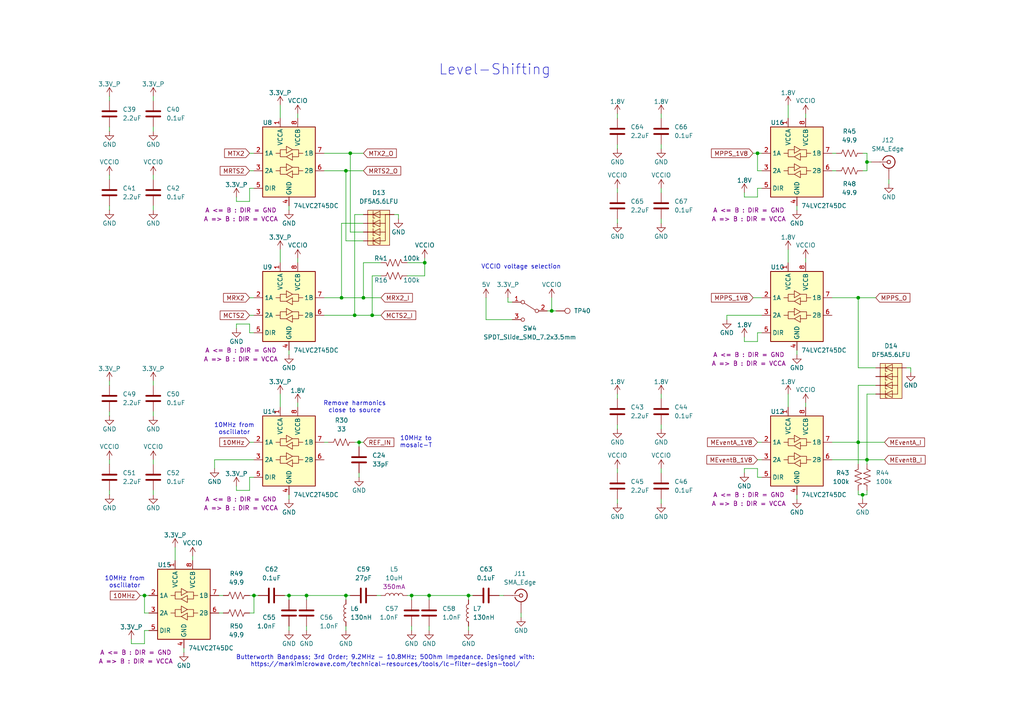
<source format=kicad_sch>
(kicad_sch (version 20231120) (generator "eeschema") (generator_version "8.0")
  (paper "A4")
  (junction (at 83.82 172.72))
  (junction (at 41.91 172.72))
  (junction (at 124.46 172.72))
  (junction (at 101.6 44.45))
  (junction (at 219.71 44.45))
  (junction (at 104.14 128.27))
  (junction (at 250.19 143.51))
  (junction (at 119.38 172.72))
  (junction (at 100.33 49.53))
  (junction (at 73.66 172.72))
  (junction (at 105.41 86.36))
  (junction (at 135.89 172.72))
  (junction (at 248.92 128.27))
  (junction (at 99.06 86.36))
  (junction (at 123.19 76.2))
  (junction (at 100.33 172.72))
  (junction (at 160.02 90.17))
  (junction (at 251.46 46.99))
  (junction (at 107.95 91.44))
  (junction (at 102.87 91.44))
  (junction (at 248.92 86.36))
  (junction (at 88.9 172.72))
  (junction (at 251.46 133.35))
  (wire (pts (xy 218.44 44.45) (xy 219.71 44.45)))
  (wire (pts (xy 31.75 38.1) (xy 31.75 36.83)))
  (wire (pts (xy 254 111.76) (xy 248.92 111.76)))
  (wire (pts (xy 68.58 57.15) (xy 68.58 58.42)))
  (wire (pts (xy 105.41 76.2) (xy 105.41 86.36)))
  (wire (pts (xy 83.82 101.6) (xy 83.82 102.87)))
  (wire (pts (xy 251.46 44.45) (xy 251.46 46.99)))
  (wire (pts (xy 210.82 91.44) (xy 210.82 92.71)))
  (wire (pts (xy 160.02 86.36) (xy 160.02 90.17)))
  (wire (pts (xy 72.39 54.61) (xy 73.66 54.61)))
  (wire (pts (xy 248.92 143.51) (xy 250.19 143.51)))
  (wire (pts (xy 191.77 55.88) (xy 191.77 54.61)))
  (wire (pts (xy 119.38 172.72) (xy 124.46 172.72)))
  (wire (pts (xy 251.46 46.99) (xy 252.73 46.99)))
  (wire (pts (xy 179.07 115.57) (xy 179.07 114.3)))
  (wire (pts (xy 228.6 72.39) (xy 228.6 76.2)))
  (wire (pts (xy 102.87 91.44) (xy 107.95 91.44)))
  (wire (pts (xy 53.34 187.96) (xy 53.34 189.23)))
  (wire (pts (xy 140.97 92.71) (xy 148.59 92.71)))
  (wire (pts (xy 38.1 185.42) (xy 38.1 186.69)))
  (wire (pts (xy 257.81 52.07) (xy 257.81 53.34)))
  (wire (pts (xy 179.07 34.29) (xy 179.07 33.02)))
  (wire (pts (xy 40.64 172.72) (xy 41.91 172.72)))
  (wire (pts (xy 251.46 133.35) (xy 251.46 134.62)))
  (wire (pts (xy 219.71 54.61) (xy 220.98 54.61)))
  (wire (pts (xy 100.33 181.61) (xy 100.33 182.88)))
  (wire (pts (xy 241.3 86.36) (xy 248.92 86.36)))
  (wire (pts (xy 114.3 62.23) (xy 115.57 62.23)))
  (wire (pts (xy 41.91 186.69) (xy 41.91 182.88)))
  (wire (pts (xy 241.3 133.35) (xy 251.46 133.35)))
  (wire (pts (xy 44.45 111.76) (xy 44.45 110.49)))
  (wire (pts (xy 248.92 142.24) (xy 248.92 143.51)))
  (wire (pts (xy 105.41 76.2) (xy 110.49 76.2)))
  (wire (pts (xy 191.77 137.16) (xy 191.77 135.89)))
  (wire (pts (xy 44.45 38.1) (xy 44.45 36.83)))
  (wire (pts (xy 118.11 80.01) (xy 123.19 80.01)))
  (wire (pts (xy 248.92 86.36) (xy 254 86.36)))
  (wire (pts (xy 147.32 86.36) (xy 147.32 87.63)))
  (wire (pts (xy 191.77 64.77) (xy 191.77 63.5)))
  (wire (pts (xy 135.89 172.72) (xy 137.16 172.72)))
  (wire (pts (xy 119.38 181.61) (xy 119.38 182.88)))
  (wire (pts (xy 72.39 138.43) (xy 73.66 138.43)))
  (wire (pts (xy 105.41 64.77) (xy 99.06 64.77)))
  (wire (pts (xy 31.75 60.96) (xy 31.75 59.69)))
  (wire (pts (xy 248.92 128.27) (xy 256.54 128.27)))
  (wire (pts (xy 241.3 49.53) (xy 242.57 49.53)))
  (wire (pts (xy 31.75 134.62) (xy 31.75 133.35)))
  (wire (pts (xy 118.11 172.72) (xy 119.38 172.72)))
  (wire (pts (xy 72.39 86.36) (xy 73.66 86.36)))
  (wire (pts (xy 31.75 29.21) (xy 31.75 27.94)))
  (wire (pts (xy 248.92 106.68) (xy 254 106.68)))
  (wire (pts (xy 104.14 137.16) (xy 104.14 138.43)))
  (wire (pts (xy 215.9 135.89) (xy 219.71 135.89)))
  (wire (pts (xy 123.19 80.01) (xy 123.19 76.2)))
  (wire (pts (xy 93.98 86.36) (xy 99.06 86.36)))
  (wire (pts (xy 31.75 143.51) (xy 31.75 142.24)))
  (wire (pts (xy 86.36 116.84) (xy 86.36 118.11)))
  (wire (pts (xy 72.39 44.45) (xy 73.66 44.45)))
  (wire (pts (xy 251.46 114.3) (xy 251.46 133.35)))
  (wire (pts (xy 72.39 128.27) (xy 73.66 128.27)))
  (wire (pts (xy 219.71 133.35) (xy 220.98 133.35)))
  (wire (pts (xy 62.23 133.35) (xy 62.23 135.89)))
  (wire (pts (xy 147.32 87.63) (xy 148.59 87.63)))
  (wire (pts (xy 160.02 90.17) (xy 161.29 90.17)))
  (wire (pts (xy 68.58 142.24) (xy 72.39 142.24)))
  (wire (pts (xy 86.36 33.02) (xy 86.36 34.29)))
  (wire (pts (xy 105.41 67.31) (xy 101.6 67.31)))
  (wire (pts (xy 50.8 158.75) (xy 50.8 162.56)))
  (wire (pts (xy 179.07 64.77) (xy 179.07 63.5)))
  (wire (pts (xy 124.46 181.61) (xy 124.46 182.88)))
  (wire (pts (xy 63.5 177.8) (xy 64.77 177.8)))
  (wire (pts (xy 100.33 49.53) (xy 105.41 49.53)))
  (wire (pts (xy 105.41 62.23) (xy 102.87 62.23)))
  (wire (pts (xy 44.45 134.62) (xy 44.45 133.35)))
  (wire (pts (xy 262.89 106.68) (xy 264.16 106.68)))
  (wire (pts (xy 73.66 172.72) (xy 74.93 172.72)))
  (wire (pts (xy 81.28 72.39) (xy 81.28 76.2)))
  (wire (pts (xy 72.39 142.24) (xy 72.39 138.43)))
  (wire (pts (xy 55.88 161.29) (xy 55.88 162.56)))
  (wire (pts (xy 233.68 116.84) (xy 233.68 118.11)))
  (wire (pts (xy 99.06 86.36) (xy 105.41 86.36)))
  (wire (pts (xy 93.98 91.44) (xy 102.87 91.44)))
  (wire (pts (xy 254 114.3) (xy 251.46 114.3)))
  (wire (pts (xy 219.71 99.06) (xy 219.71 96.52)))
  (wire (pts (xy 123.19 76.2) (xy 123.19 74.93)))
  (wire (pts (xy 135.89 172.72) (xy 135.89 173.99)))
  (wire (pts (xy 140.97 86.36) (xy 140.97 92.71)))
  (wire (pts (xy 119.38 172.72) (xy 119.38 173.99)))
  (wire (pts (xy 107.95 91.44) (xy 110.49 91.44)))
  (wire (pts (xy 41.91 172.72) (xy 43.18 172.72)))
  (wire (pts (xy 191.77 124.46) (xy 191.77 123.19)))
  (wire (pts (xy 219.71 96.52) (xy 220.98 96.52)))
  (wire (pts (xy 72.39 58.42) (xy 72.39 54.61)))
  (wire (pts (xy 160.02 90.17) (xy 158.75 90.17)))
  (wire (pts (xy 107.95 80.01) (xy 110.49 80.01)))
  (wire (pts (xy 179.07 137.16) (xy 179.07 135.89)))
  (wire (pts (xy 31.75 111.76) (xy 31.75 110.49)))
  (wire (pts (xy 107.95 80.01) (xy 107.95 91.44)))
  (wire (pts (xy 251.46 142.24) (xy 251.46 143.51)))
  (wire (pts (xy 219.71 135.89) (xy 219.71 138.43)))
  (wire (pts (xy 88.9 172.72) (xy 100.33 172.72)))
  (wire (pts (xy 218.44 86.36) (xy 220.98 86.36)))
  (wire (pts (xy 68.58 58.42) (xy 72.39 58.42)))
  (wire (pts (xy 219.71 57.15) (xy 219.71 54.61)))
  (wire (pts (xy 101.6 44.45) (xy 101.6 67.31)))
  (wire (pts (xy 215.9 57.15) (xy 219.71 57.15)))
  (wire (pts (xy 38.1 186.69) (xy 41.91 186.69)))
  (wire (pts (xy 191.77 146.05) (xy 191.77 144.78)))
  (wire (pts (xy 68.58 93.98) (xy 72.39 93.98)))
  (wire (pts (xy 44.45 143.51) (xy 44.45 142.24)))
  (wire (pts (xy 219.71 128.27) (xy 220.98 128.27)))
  (wire (pts (xy 219.71 44.45) (xy 219.71 49.53)))
  (wire (pts (xy 250.19 49.53) (xy 251.46 49.53)))
  (wire (pts (xy 228.6 30.48) (xy 228.6 34.29)))
  (wire (pts (xy 100.33 172.72) (xy 101.6 172.72)))
  (wire (pts (xy 72.39 96.52) (xy 73.66 96.52)))
  (wire (pts (xy 241.3 44.45) (xy 242.57 44.45)))
  (wire (pts (xy 220.98 91.44) (xy 210.82 91.44)))
  (wire (pts (xy 83.82 181.61) (xy 83.82 182.88)))
  (wire (pts (xy 72.39 93.98) (xy 72.39 96.52)))
  (wire (pts (xy 100.33 172.72) (xy 100.33 173.99)))
  (wire (pts (xy 100.33 49.53) (xy 100.33 69.85)))
  (wire (pts (xy 250.19 44.45) (xy 251.46 44.45)))
  (wire (pts (xy 228.6 114.3) (xy 228.6 118.11)))
  (wire (pts (xy 83.82 59.69) (xy 83.82 60.96)))
  (wire (pts (xy 215.9 97.79) (xy 215.9 99.06)))
  (wire (pts (xy 124.46 172.72) (xy 135.89 172.72)))
  (wire (pts (xy 88.9 181.61) (xy 88.9 182.88)))
  (wire (pts (xy 72.39 172.72) (xy 73.66 172.72)))
  (wire (pts (xy 241.3 128.27) (xy 248.92 128.27)))
  (wire (pts (xy 73.66 172.72) (xy 73.66 177.8)))
  (wire (pts (xy 219.71 138.43) (xy 220.98 138.43)))
  (wire (pts (xy 191.77 34.29) (xy 191.77 33.02)))
  (wire (pts (xy 43.18 177.8) (xy 41.91 177.8)))
  (wire (pts (xy 251.46 133.35) (xy 256.54 133.35)))
  (wire (pts (xy 179.07 146.05) (xy 179.07 144.78)))
  (wire (pts (xy 72.39 49.53) (xy 73.66 49.53)))
  (wire (pts (xy 41.91 182.88) (xy 43.18 182.88)))
  (wire (pts (xy 44.45 29.21) (xy 44.45 27.94)))
  (wire (pts (xy 231.14 59.69) (xy 231.14 60.96)))
  (wire (pts (xy 231.14 143.51) (xy 231.14 144.78)))
  (wire (pts (xy 44.45 52.07) (xy 44.45 50.8)))
  (wire (pts (xy 146.05 172.72) (xy 144.78 172.72)))
  (wire (pts (xy 104.14 128.27) (xy 104.14 129.54)))
  (wire (pts (xy 251.46 49.53) (xy 251.46 46.99)))
  (wire (pts (xy 250.19 143.51) (xy 251.46 143.51)))
  (wire (pts (xy 248.92 111.76) (xy 248.92 128.27)))
  (wire (pts (xy 72.39 91.44) (xy 73.66 91.44)))
  (wire (pts (xy 81.28 114.3) (xy 81.28 118.11)))
  (wire (pts (xy 82.55 172.72) (xy 83.82 172.72)))
  (wire (pts (xy 220.98 49.53) (xy 219.71 49.53)))
  (wire (pts (xy 44.45 120.65) (xy 44.45 119.38)))
  (wire (pts (xy 191.77 43.18) (xy 191.77 41.91)))
  (wire (pts (xy 191.77 115.57) (xy 191.77 114.3)))
  (wire (pts (xy 63.5 172.72) (xy 64.77 172.72)))
  (wire (pts (xy 81.28 30.48) (xy 81.28 34.29)))
  (wire (pts (xy 105.41 128.27) (xy 104.14 128.27)))
  (wire (pts (xy 215.9 137.16) (xy 215.9 135.89)))
  (wire (pts (xy 215.9 99.06) (xy 219.71 99.06)))
  (wire (pts (xy 250.19 143.51) (xy 250.19 144.78)))
  (wire (pts (xy 233.68 33.02) (xy 233.68 34.29)))
  (wire (pts (xy 93.98 128.27) (xy 95.25 128.27)))
  (wire (pts (xy 179.07 55.88) (xy 179.07 54.61)))
  (wire (pts (xy 231.14 101.6) (xy 231.14 102.87)))
  (wire (pts (xy 124.46 172.72) (xy 124.46 173.99)))
  (wire (pts (xy 233.68 74.93) (xy 233.68 76.2)))
  (wire (pts (xy 109.22 172.72) (xy 110.49 172.72)))
  (wire (pts (xy 248.92 128.27) (xy 248.92 134.62)))
  (wire (pts (xy 88.9 172.72) (xy 88.9 173.99)))
  (wire (pts (xy 31.75 120.65) (xy 31.75 119.38)))
  (wire (pts (xy 151.13 177.8) (xy 151.13 179.07)))
  (wire (pts (xy 219.71 44.45) (xy 220.98 44.45)))
  (wire (pts (xy 68.58 140.97) (xy 68.58 142.24)))
  (wire (pts (xy 83.82 172.72) (xy 83.82 173.99)))
  (wire (pts (xy 83.82 172.72) (xy 88.9 172.72)))
  (wire (pts (xy 102.87 62.23) (xy 102.87 91.44)))
  (wire (pts (xy 41.91 172.72) (xy 41.91 177.8)))
  (wire (pts (xy 105.41 69.85) (xy 100.33 69.85)))
  (wire (pts (xy 102.87 128.27) (xy 104.14 128.27)))
  (wire (pts (xy 179.07 124.46) (xy 179.07 123.19)))
  (wire (pts (xy 264.16 106.68) (xy 264.16 107.95)))
  (wire (pts (xy 105.41 86.36) (xy 110.49 86.36)))
  (wire (pts (xy 86.36 74.93) (xy 86.36 76.2)))
  (wire (pts (xy 93.98 49.53) (xy 100.33 49.53)))
  (wire (pts (xy 179.07 43.18) (xy 179.07 41.91)))
  (wire (pts (xy 248.92 86.36) (xy 248.92 106.68)))
  (wire (pts (xy 118.11 76.2) (xy 123.19 76.2)))
  (wire (pts (xy 101.6 44.45) (xy 105.41 44.45)))
  (wire (pts (xy 215.9 55.88) (xy 215.9 57.15)))
  (wire (pts (xy 73.66 133.35) (xy 62.23 133.35)))
  (wire (pts (xy 72.39 177.8) (xy 73.66 177.8)))
  (wire (pts (xy 135.89 181.61) (xy 135.89 182.88)))
  (wire (pts (xy 31.75 52.07) (xy 31.75 50.8)))
  (wire (pts (xy 68.58 95.25) (xy 68.58 93.98)))
  (wire (pts (xy 99.06 64.77) (xy 99.06 86.36)))
  (wire (pts (xy 93.98 44.45) (xy 101.6 44.45)))
  (wire (pts (xy 83.82 143.51) (xy 83.82 144.78)))
  (wire (pts (xy 115.57 62.23) (xy 115.57 63.5)))
  (wire (pts (xy 44.45 60.96) (xy 44.45 59.69)))
  (text "10MHz from\noscillator" (at 67.945 124.46 0) (effects (font (size 1.27 1.27))))
  (text "Remove harmonics\nclose to source" (at 102.87 118.11 0) (effects (font (size 1.27 1.27))))
  (text "10MHz from\noscillator" (at 36.195 168.91 0) (effects (font (size 1.27 1.27))))
  (text "Level-Shifting" (at 143.51 20.32 0) (effects (font (size 3 3))))
  (text "Butterworth Bandpass; 3rd Order; 9.2MHz - 10.8MHz; 50Ohm Impedance. Designed with:\nhttps://markimicrowave.com/technical-resources/tools/lc-filter-design-tool/" (at 111.76 191.77 0) (effects (font (size 1.27 1.27))))
  (text "10MHz to\nmosaic-T" (at 120.65 128.27 0) (effects (font (size 1.27 1.27))))
  (text "VCCIO voltage selection" (at 151.13 77.47 0) (effects (font (size 1.27 1.27))))
  (global_label "MEventB_1V8" (shape input) (at 219.71 133.35 180) (property "Intersheetrefs" "${INTERSHEET_REFS}" (effects (hide yes))))
  (global_label "MEventB_I" (shape input) (at 256.54 133.35 0) (property "Intersheetrefs" "${INTERSHEET_REFS}" (effects (hide yes))))
  (global_label "MEventA_1V8" (shape input) (at 219.71 128.27 180) (property "Intersheetrefs" "${INTERSHEET_REFS}" (effects (hide yes))))
  (global_label "MTX2_O" (shape input) (at 105.41 44.45 0) (property "Intersheetrefs" "${INTERSHEET_REFS}" (effects (hide yes))))
  (global_label "MPPS_1V8" (shape input) (at 218.44 44.45 180) (property "Intersheetrefs" "${INTERSHEET_REFS}" (effects (hide yes))))
  (global_label "10MHz" (shape input) (at 40.64 172.72 180) (property "Intersheetrefs" "${INTERSHEET_REFS}" (effects (hide yes))))
  (global_label "MRX2" (shape input) (at 72.39 86.36 180) (property "Intersheetrefs" "${INTERSHEET_REFS}" (effects (hide yes))))
  (global_label "MRX2_I" (shape input) (at 110.49 86.36 0) (property "Intersheetrefs" "${INTERSHEET_REFS}" (effects (hide yes))))
  (global_label "REF_IN" (shape input) (at 105.41 128.27 0) (property "Intersheetrefs" "${INTERSHEET_REFS}" (effects (hide yes))))
  (global_label "MEventA_I" (shape input) (at 256.54 128.27 0) (property "Intersheetrefs" "${INTERSHEET_REFS}" (effects (hide yes))))
  (global_label "MPPS_1V8" (shape input) (at 218.44 86.36 180) (property "Intersheetrefs" "${INTERSHEET_REFS}" (effects (hide yes))))
  (global_label "10MHz" (shape input) (at 72.39 128.27 180) (property "Intersheetrefs" "${INTERSHEET_REFS}" (effects (hide yes))))
  (global_label "MCTS2_I" (shape input) (at 110.49 91.44 0) (property "Intersheetrefs" "${INTERSHEET_REFS}" (effects (hide yes))))
  (global_label "MRTS2_O" (shape input) (at 105.41 49.53 0) (property "Intersheetrefs" "${INTERSHEET_REFS}" (effects (hide yes))))
  (global_label "MTX2" (shape input) (at 72.39 44.45 180) (property "Intersheetrefs" "${INTERSHEET_REFS}" (effects (hide yes))))
  (global_label "MRTS2" (shape input) (at 72.39 49.53 180) (property "Intersheetrefs" "${INTERSHEET_REFS}" (effects (hide yes))))
  (global_label "MCTS2" (shape input) (at 72.39 91.44 180) (property "Intersheetrefs" "${INTERSHEET_REFS}" (effects (hide yes))))
  (global_label "MPPS_O" (shape input) (at 254 86.36 0) (property "Intersheetrefs" "${INTERSHEET_REFS}" (effects (hide yes))))
  (symbol (lib_id "SparkFun-PowerSymbol:GND") (at 231.14 144.78 0) (unit 1)
    (property "Reference" "#PWR0159" (effects (hide yes)))
    (property "Value" "GND" (at 231.14 148.59 0))
    (property "Description" "Power symbol creates a global label with name \"GND\" , ground" (effects (hide yes)))
  )
  (symbol (lib_id "SparkFun-PowerSymbol:VCC") (at 233.68 74.93 0) (unit 1)
    (property "Reference" "#PWR0160" (effects (hide yes)))
    (property "Value" "VCCIO" (at 233.68 71.12 0))
    (property "Description" "Power symbol creates a global label with name \"VCC\"" (effects (hide yes)))
  )
  (symbol (lib_id "SparkFun-Capacitor:2.2uF_0603_10V_20%") (at 31.75 138.43 0) (mirror y) (unit 1)
    (property "Reference" "C51" (at 35.56 137.1599 0) (effects (justify right)))
    (property "Value" "2.2uF" (at 35.56 139.6999 0) (effects (justify right)))
    (property "Footprint" "SparkFun-Capacitor:C_0603_1608Metric" (effects (hide yes)))
    (property "Datasheet" "https://cdn.sparkfun.com/assets/8/a/4/a/5/Kemet_Capacitor_Datasheet.pdf" (effects (hide yes)))
    (property "Description" "Unpolarized capacitor" (effects (hide yes)))
    (property "PROD_ID" "CAP-07888" (effects (hide yes)))
    (property "Voltage" "10V" (effects (hide yes)))
    (property "Tolerance" "20%" (effects (hide yes)))
  )
  (symbol (lib_id "SparkFun-PowerSymbol:GND") (at 88.9 182.88 0) (unit 1)
    (property "Reference" "#PWR0180" (effects (hide yes)))
    (property "Value" "GND" (at 88.9 186.69 0))
    (property "Description" "Power symbol creates a global label with name \"GND\" , ground" (effects (hide yes)))
  )
  (symbol (lib_id "SparkFun-Capacitor:0.1uF_0603_25V_20%") (at 78.74 172.72 90) (unit 1)
    (property "Reference" "C62" (at 78.74 165.1 90))
    (property "Value" "0.1uF" (at 78.74 167.64 90))
    (property "Footprint" "SparkFun-Capacitor:C_0603_1608Metric" (effects (hide yes)))
    (property "Datasheet" "https://cdn.sparkfun.com/assets/8/a/4/a/5/Kemet_Capacitor_Datasheet.pdf" (effects (hide yes)))
    (property "Description" "Unpolarized capacitor" (effects (hide yes)))
    (property "PROD_ID" "CAP-00810" (effects (hide yes)))
    (property "Voltage" "25V" (effects (hide yes)))
    (property "Tolerance" "20%" (effects (hide yes)))
  )
  (symbol (lib_id "SparkFun-Capacitor:0.1uF_0603_25V_20%") (at 44.45 138.43 0) (unit 1)
    (property "Reference" "C52" (at 48.26 137.1599 0) (effects (justify left)))
    (property "Value" "0.1uF" (at 48.26 139.6999 0) (effects (justify left)))
    (property "Footprint" "SparkFun-Capacitor:C_0603_1608Metric" (effects (hide yes)))
    (property "Datasheet" "https://cdn.sparkfun.com/assets/8/a/4/a/5/Kemet_Capacitor_Datasheet.pdf" (effects (hide yes)))
    (property "Description" "Unpolarized capacitor" (effects (hide yes)))
    (property "PROD_ID" "CAP-00810" (effects (hide yes)))
    (property "Voltage" "25V" (effects (hide yes)))
    (property "Tolerance" "20%" (effects (hide yes)))
  )
  (symbol (lib_id "SparkFun-Resistor:49.9_0603") (at 68.58 172.72 0) (unit 1)
    (property "Reference" "R49" (at 68.58 166.37 0))
    (property "Value" "49.9" (at 68.58 168.91 0))
    (property "Footprint" "SparkFun-Resistor:R_0603_1608Metric" (effects (hide yes)))
    (property "Datasheet" "https://www.vishay.com/docs/20035/dcrcwe3.pdf" (effects (hide yes)))
    (property "Description" "Resistor" (effects (hide yes)))
    (property "PROD_ID" "RES-16237" (effects (hide yes)))
    (property "Wattage" "0.5W" (effects (hide yes)))
    (property "Tolerance" "1%" (effects (hide yes)))
  )
  (symbol (lib_id "power:GND") (at 191.77 146.05 0) (unit 1)
    (property "Reference" "#PWR0165" (effects (hide yes)))
    (property "Value" "GND" (at 191.77 149.86 0))
    (property "Description" "Power symbol creates a global label with name \"GND\" , ground" (effects (hide yes)))
  )
  (symbol (lib_id "SparkFun-PowerSymbol:VCC") (at 233.68 116.84 0) (unit 1)
    (property "Reference" "#PWR0161" (effects (hide yes)))
    (property "Value" "VCCIO" (at 233.68 113.03 0))
    (property "Description" "Power symbol creates a global label with name \"VCC\"" (effects (hide yes)))
  )
  (symbol (lib_id "SparkFun-Capacitor:0.1uF_0603_25V_20%") (at 191.77 38.1 0) (unit 1)
    (property "Reference" "C66" (at 195.58 36.8299 0) (effects (justify left)))
    (property "Value" "0.1uF" (at 195.58 39.3699 0) (effects (justify left)))
    (property "Footprint" "SparkFun-Capacitor:C_0603_1608Metric" (effects (hide yes)))
    (property "Datasheet" "https://cdn.sparkfun.com/assets/8/a/4/a/5/Kemet_Capacitor_Datasheet.pdf" (effects (hide yes)))
    (property "Description" "Unpolarized capacitor" (effects (hide yes)))
    (property "PROD_ID" "CAP-00810" (effects (hide yes)))
    (property "Voltage" "25V" (effects (hide yes)))
    (property "Tolerance" "20%" (effects (hide yes)))
  )
  (symbol (lib_id "SparkFun-DiscreteSemi:D_TVS_ESD_4_HS") (at 257.81 111.76 90) (unit 1)
    (property "Reference" "D14" (at 258.445 100.33 90))
    (property "Value" "DF5A5.6LFU" (at 258.445 102.87 90))
    (property "Footprint" "SparkFun-Semiconductor-Standard:SOT-353" (effects (hide yes)))
    (property "Datasheet" "https://toshiba.semicon-storage.com/info/DF5A5.6LFU_datasheet_en_20140301.pdf?did=22260&prodName=DF5A5.6LFU" (effects (hide yes)))
    (property "Description" "Low capacitance microSD unidirectional quadruple ESD protection diode array, 3.3V, Common Anode, SOT-353" (effects (hide yes)))
    (property "PROD_ID" "DIO-20454" (effects (hide yes)))
  )
  (symbol (lib_id "SparkFun-PowerSymbol:3.3V_P") (at 147.32 86.36 0) (unit 1)
    (property "Reference" "#PWR0132" (effects (hide yes)))
    (property "Value" "3.3V_P" (at 147.32 82.55 0))
    (property "Description" "Power symbol creates a global label with name \"3.3V_P\"" (effects (hide yes)))
  )
  (symbol (lib_id "SparkFun-PowerSymbol:VCC") (at 191.77 135.89 0) (unit 1)
    (property "Reference" "#PWR0164" (effects (hide yes)))
    (property "Value" "VCCIO" (at 191.77 132.08 0))
    (property "Description" "Power symbol creates a global label with name \"VCC\"" (effects (hide yes)))
  )
  (symbol (lib_id "SparkFun-IC-Logic:74LVC2T45DC") (at 53.34 175.26 0) (unit 1)
    (property "Reference" "U15" (at 45.72 163.83 0) (effects (justify left)))
    (property "Value" "74LVC2T45DC" (at 54.61 187.96 0) (effects (justify left)))
    (property "Footprint" "SparkFun-Semiconductor-Standard:VSSOP8_SOT765-1" (effects (hide yes)))
    (property "Datasheet" "https://assets.nexperia.com/documents/data-sheet/74LVC_LVCH2T45.pdf" (effects (hide yes)))
    (property "Description" "Dual supply translating transceiver, 3-state, 2-bit, VSSOP-8" (effects (hide yes)))
    (property "PROD_ID" "IC-19989" (effects (hide yes)))
    (property "DIR1" "A <= B : DIR = GND" (at 39.37 189.23 0))
    (property "DIR2" "A => B : DIR = VCCA" (at 39.37 191.77 0))
  )
  (symbol (lib_id "SparkFun-PowerSymbol:GND") (at 83.82 182.88 0) (unit 1)
    (property "Reference" "#PWR071" (effects (hide yes)))
    (property "Value" "GND" (at 83.82 186.69 0))
    (property "Description" "Power symbol creates a global label with name \"GND\" , ground" (effects (hide yes)))
  )
  (symbol (lib_id "SparkFun-PowerSymbol:GND") (at 210.82 92.71 0) (unit 1)
    (property "Reference" "#PWR0209" (effects (hide yes)))
    (property "Value" "GND" (at 210.82 96.52 0))
    (property "Description" "Power symbol creates a global label with name \"GND\" , ground" (effects (hide yes)))
  )
  (symbol (lib_id "SparkFun-Capacitor:2.2uF_0603_10V_20%") (at 31.75 115.57 0) (mirror y) (unit 1)
    (property "Reference" "C49" (at 35.56 114.2999 0) (effects (justify right)))
    (property "Value" "2.2uF" (at 35.56 116.8399 0) (effects (justify right)))
    (property "Footprint" "SparkFun-Capacitor:C_0603_1608Metric" (effects (hide yes)))
    (property "Datasheet" "https://cdn.sparkfun.com/assets/8/a/4/a/5/Kemet_Capacitor_Datasheet.pdf" (effects (hide yes)))
    (property "Description" "Unpolarized capacitor" (effects (hide yes)))
    (property "PROD_ID" "CAP-07888" (effects (hide yes)))
    (property "Voltage" "10V" (effects (hide yes)))
    (property "Tolerance" "20%" (effects (hide yes)))
  )
  (symbol (lib_id "power:GND") (at 179.07 43.18 0) (unit 1)
    (property "Reference" "#PWR0221" (effects (hide yes)))
    (property "Value" "GND" (at 179.07 46.99 0))
    (property "Description" "Power symbol creates a global label with name \"GND\" , ground" (effects (hide yes)))
  )
  (symbol (lib_id "SparkFun-RF:SMA_EdgeMount") (at 257.81 46.99 0) (unit 1)
    (property "Reference" "J12" (at 257.4926 40.64 0))
    (property "Value" "SMA_Edge" (at 257.4926 43.18 0))
    (property "Footprint" "SparkFun-Connector:SMA_Edge" (effects (hide yes)))
    (property "Datasheet" "https://www.sparkfun.com/datasheets/Wireless/Antenna/SMA-Connector.pdf" (effects (hide yes)))
    (property "Description" "SMA PCB Edge Mount connector" (effects (hide yes)))
    (property "PROD_ID" "CONN-08289" (effects (hide yes)))
  )
  (symbol (lib_id "SparkFun-PowerSymbol:GND") (at 62.23 135.89 0) (unit 1)
    (property "Reference" "#PWR0185" (effects (hide yes)))
    (property "Value" "GND" (at 62.23 139.7 0))
    (property "Description" "Power symbol creates a global label with name \"GND\" , ground" (effects (hide yes)))
  )
  (symbol (lib_id "SparkFun-Capacitor:1.0nF_0603_50V_10%") (at 88.9 177.8 0) (unit 1)
    (property "Reference" "C56" (at 92.71 179.07 0) (effects (justify left)))
    (property "Value" "1.0nF" (at 92.71 181.61 0) (effects (justify left)))
    (property "Footprint" "SparkFun-Capacitor:C_0603_1608Metric" (effects (hide yes)))
    (property "Datasheet" "https://cdn.sparkfun.com/assets/8/a/4/a/5/Kemet_Capacitor_Datasheet.pdf" (effects (hide yes)))
    (property "Description" "Unpolarized capacitor" (effects (hide yes)))
    (property "PROD_ID" "CAP-07886" (effects (hide yes)))
    (property "Voltage" "50V" (effects (hide yes)))
    (property "Tolerance" "10%" (effects (hide yes)))
  )
  (symbol (lib_id "SparkFun-PowerSymbol:3.3V_P") (at 44.45 110.49 0) (unit 1)
    (property "Reference" "#PWR0192" (effects (hide yes)))
    (property "Value" "3.3V_P" (at 44.45 106.934 0))
    (property "Description" "Power symbol creates a global label with name \"3.3V_P\"" (effects (hide yes)))
  )
  (symbol (lib_id "SparkFun-PowerSymbol:VCC") (at 44.45 133.35 0) (unit 1)
    (property "Reference" "#PWR0196" (effects (hide yes)))
    (property "Value" "VCCIO" (at 44.45 129.54 0))
    (property "Description" "Power symbol creates a global label with name \"VCC\"" (effects (hide yes)))
  )
  (symbol (lib_id "SparkFun-PowerSymbol:GND") (at 83.82 102.87 0) (unit 1)
    (property "Reference" "#PWR0138" (effects (hide yes)))
    (property "Value" "GND" (at 83.82 106.68 0))
    (property "Description" "Power symbol creates a global label with name \"GND\" , ground" (effects (hide yes)))
  )
  (symbol (lib_id "SparkFun-IC-Logic:74LVC2T45DC") (at 83.82 130.81 0) (unit 1)
    (property "Reference" "U14" (at 76.2 119.38 0) (effects (justify left)))
    (property "Value" "74LVC2T45DC" (at 85.09 143.51 0) (effects (justify left)))
    (property "Footprint" "SparkFun-Semiconductor-Standard:VSSOP8_SOT765-1" (effects (hide yes)))
    (property "Datasheet" "https://assets.nexperia.com/documents/data-sheet/74LVC_LVCH2T45.pdf" (effects (hide yes)))
    (property "Description" "Dual supply translating transceiver, 3-state, 2-bit, VSSOP-8" (effects (hide yes)))
    (property "PROD_ID" "IC-19989" (effects (hide yes)))
    (property "DIR1" "A <= B : DIR = GND" (at 69.85 144.78 0))
    (property "DIR2" "A => B : DIR = VCCA" (at 69.85 147.32 0))
  )
  (symbol (lib_id "SparkFun-PowerSymbol:1.8V") (at 179.07 33.02 0) (unit 1)
    (property "Reference" "#PWR0220" (effects (hide yes)))
    (property "Value" "1.8V" (at 179.07 29.464 0))
    (property "Description" "Power symbol creates a global label with name \"1.8V\"" (effects (hide yes)))
  )
  (symbol (lib_id "SparkFun-Capacitor:0.1uF_0603_25V_20%") (at 191.77 119.38 0) (unit 1)
    (property "Reference" "C44" (at 195.58 118.1099 0) (effects (justify left)))
    (property "Value" "0.1uF" (at 195.58 120.6499 0) (effects (justify left)))
    (property "Footprint" "SparkFun-Capacitor:C_0603_1608Metric" (effects (hide yes)))
    (property "Datasheet" "https://cdn.sparkfun.com/assets/8/a/4/a/5/Kemet_Capacitor_Datasheet.pdf" (effects (hide yes)))
    (property "Description" "Unpolarized capacitor" (effects (hide yes)))
    (property "PROD_ID" "CAP-00810" (effects (hide yes)))
    (property "Voltage" "25V" (effects (hide yes)))
    (property "Tolerance" "20%" (effects (hide yes)))
  )
  (symbol (lib_id "SparkFun-PowerSymbol:GND") (at 119.38 182.88 0) (unit 1)
    (property "Reference" "#PWR0211" (effects (hide yes)))
    (property "Value" "GND" (at 119.38 186.69 0))
    (property "Description" "Power symbol creates a global label with name \"GND\" , ground" (effects (hide yes)))
  )
  (symbol (lib_id "SparkFun-Switch:SPDT_Slide_SMD_7.2x3.5mm") (at 153.67 90.17 0) (mirror y) (unit 1)
    (property "Reference" "SW4" (at 153.67 95.25 0))
    (property "Value" "SPDT_Slide_SMD_7.2x3.5mm" (at 153.67 97.79 0))
    (property "Footprint" "SparkFun-Switch:Slide_DPDT_SMD_7.2x3.5mm" (effects (hide yes)))
    (property "Datasheet" "https://www.sparkfun.com/datasheets/Components/SW_slide_ayz.pdf" (effects (hide yes)))
    (property "Description" "Switch, single pole double throw" (effects (hide yes)))
    (property "PROD_ID" "SWCH-08179" (effects (hide yes)))
    (property "Mrg Part#" "AYZ0202" (effects (hide yes)))
  )
  (symbol (lib_id "SparkFun-PowerSymbol:3.3V_P") (at 50.8 158.75 0) (unit 1)
    (property "Reference" "#PWR0187" (effects (hide yes)))
    (property "Value" "3.3V_P" (at 50.8 155.194 0))
    (property "Description" "Power symbol creates a global label with name \"3.3V_P\"" (effects (hide yes)))
  )
  (symbol (lib_id "SparkFun-Resistor:100k_0603") (at 114.3 80.01 0) (unit 1)
    (property "Reference" "R16" (at 110.49 81.28 0))
    (property "Value" "100k" (at 119.38 81.28 0))
    (property "Footprint" "SparkFun-Resistor:R_0603_1608Metric" (effects (hide yes)))
    (property "Datasheet" "https://www.vishay.com/docs/20035/dcrcwe3.pdf" (effects (hide yes)))
    (property "Description" "Resistor" (effects (hide yes)))
    (property "PROD_ID" "RES-07828" (effects (hide yes)))
  )
  (symbol (lib_id "SparkFun-Capacitor:2.2uF_0603_10V_20%") (at 179.07 59.69 0) (mirror y) (unit 1)
    (property "Reference" "C65" (at 182.88 58.4199 0) (effects (justify right)))
    (property "Value" "2.2uF" (at 182.88 60.9599 0) (effects (justify right)))
    (property "Footprint" "SparkFun-Capacitor:C_0603_1608Metric" (effects (hide yes)))
    (property "Datasheet" "https://cdn.sparkfun.com/assets/8/a/4/a/5/Kemet_Capacitor_Datasheet.pdf" (effects (hide yes)))
    (property "Description" "Unpolarized capacitor" (effects (hide yes)))
    (property "PROD_ID" "CAP-07888" (effects (hide yes)))
    (property "Voltage" "10V" (effects (hide yes)))
    (property "Tolerance" "20%" (effects (hide yes)))
  )
  (symbol (lib_id "SparkFun-IC-Logic:74LVC2T45DC") (at 83.82 88.9 0) (unit 1)
    (property "Reference" "U9" (at 76.2 77.47 0) (effects (justify left)))
    (property "Value" "74LVC2T45DC" (at 85.09 101.6 0) (effects (justify left)))
    (property "Footprint" "SparkFun-Semiconductor-Standard:VSSOP8_SOT765-1" (effects (hide yes)))
    (property "Datasheet" "https://assets.nexperia.com/documents/data-sheet/74LVC_LVCH2T45.pdf" (effects (hide yes)))
    (property "Description" "Dual supply translating transceiver, 3-state, 2-bit, VSSOP-8" (effects (hide yes)))
    (property "PROD_ID" "IC-19989" (effects (hide yes)))
    (property "DIR1" "A <= B : DIR = GND" (at 69.85 101.6 0))
    (property "DIR2" "A => B : DIR = VCCA" (at 69.85 104.14 0))
  )
  (symbol (lib_id "SparkFun-Capacitor:33pF_0603_50V_5%") (at 104.14 133.35 0) (unit 1)
    (property "Reference" "C24" (at 107.95 132.0799 0) (effects (justify left)))
    (property "Value" "33pF" (at 107.95 134.6199 0) (effects (justify left)))
    (property "Footprint" "SparkFun-Capacitor:C_0603_1608Metric" (effects (hide yes)))
    (property "Datasheet" "https://cdn.sparkfun.com/assets/8/a/4/a/5/Kemet_Capacitor_Datasheet.pdf" (effects (hide yes)))
    (property "Description" "Unpolarized capacitor" (effects (hide yes)))
    (property "PROD_ID" "CAP-10142" (effects (hide yes)))
    (property "Voltage" "50V" (effects (hide yes)))
    (property "Tolerance" "5%" (effects (hide yes)))
  )
  (symbol (lib_id "power:GND") (at 179.07 146.05 0) (unit 1)
    (property "Reference" "#PWR0163" (effects (hide yes)))
    (property "Value" "GND" (at 179.07 149.86 0))
    (property "Description" "Power symbol creates a global label with name \"GND\" , ground" (effects (hide yes)))
  )
  (symbol (lib_id "SparkFun-Capacitor:0.1uF_0603_25V_20%") (at 44.45 33.02 0) (unit 1)
    (property "Reference" "C40" (at 48.26 31.7499 0) (effects (justify left)))
    (property "Value" "0.1uF" (at 48.26 34.2899 0) (effects (justify left)))
    (property "Footprint" "SparkFun-Capacitor:C_0603_1608Metric" (effects (hide yes)))
    (property "Datasheet" "https://cdn.sparkfun.com/assets/8/a/4/a/5/Kemet_Capacitor_Datasheet.pdf" (effects (hide yes)))
    (property "Description" "Unpolarized capacitor" (effects (hide yes)))
    (property "PROD_ID" "CAP-00810" (effects (hide yes)))
    (property "Voltage" "25V" (effects (hide yes)))
    (property "Tolerance" "20%" (effects (hide yes)))
  )
  (symbol (lib_id "SparkFun-PowerSymbol:VCC") (at 44.45 50.8 0) (unit 1)
    (property "Reference" "#PWR0148" (effects (hide yes)))
    (property "Value" "VCCIO" (at 44.45 46.99 0))
    (property "Description" "Power symbol creates a global label with name \"VCC\"" (effects (hide yes)))
  )
  (symbol (lib_id "SparkFun-PowerSymbol:5V") (at 140.97 86.36 0) (unit 1)
    (property "Reference" "#PWR0169" (effects (hide yes)))
    (property "Value" "5V" (at 140.97 82.55 0))
    (property "Description" "Power symbol creates a global label with name \"5V\"" (effects (hide yes)))
  )
  (symbol (lib_id "SparkFun-PowerSymbol:3.3V_P") (at 31.75 110.49 0) (unit 1)
    (property "Reference" "#PWR0190" (effects (hide yes)))
    (property "Value" "3.3V_P" (at 31.75 106.934 0))
    (property "Description" "Power symbol creates a global label with name \"3.3V_P\"" (effects (hide yes)))
  )
  (symbol (lib_id "power:GND") (at 191.77 43.18 0) (unit 1)
    (property "Reference" "#PWR0225" (effects (hide yes)))
    (property "Value" "GND" (at 191.77 46.99 0))
    (property "Description" "Power symbol creates a global label with name \"GND\" , ground" (effects (hide yes)))
  )
  (symbol (lib_id "SparkFun-Resistor:49.9_0603") (at 246.38 44.45 0) (unit 1)
    (property "Reference" "R45" (at 246.38 38.1 0))
    (property "Value" "49.9" (at 246.38 40.64 0))
    (property "Footprint" "SparkFun-Resistor:R_0603_1608Metric" (effects (hide yes)))
    (property "Datasheet" "https://www.vishay.com/docs/20035/dcrcwe3.pdf" (effects (hide yes)))
    (property "Description" "Resistor" (effects (hide yes)))
    (property "PROD_ID" "RES-16237" (effects (hide yes)))
    (property "Wattage" "0.5W" (effects (hide yes)))
    (property "Tolerance" "1%" (effects (hide yes)))
  )
  (symbol (lib_id "SparkFun-Coil:130nH_0603_170mA") (at 135.89 177.8 90) (unit 1)
    (property "Reference" "L7" (at 137.16 176.5299 90) (effects (justify right)))
    (property "Value" "130nH" (at 137.16 179.0699 90) (effects (justify right)))
    (property "Footprint" "SparkFun-Capacitor:C_0603_1608Metric" (effects (hide yes)))
    (property "Datasheet" "https://search.murata.co.jp/Ceramy/image/img/P02/JELF243A-0024.pdf" (effects (hide yes)))
    (property "Description" "Inductor" (effects (hide yes)))
    (property "PROD_ID" "NDUC-22763" (effects (hide yes)))
    (property "Rated Current" "170mA" (effects (hide yes)))
  )
  (symbol (lib_id "SparkFun-PowerSymbol:3.3V_P") (at 68.58 140.97 0) (unit 1)
    (property "Reference" "#PWR0184" (effects (hide yes)))
    (property "Value" "3.3V_P" (at 68.58 137.414 0))
    (property "Description" "Power symbol creates a global label with name \"3.3V_P\"" (effects (hide yes)))
  )
  (symbol (lib_id "SparkFun-Resistor:49.9_0603") (at 246.38 49.53 0) (unit 1)
    (property "Reference" "R48" (at 246.38 53.34 0))
    (property "Value" "49.9" (at 246.38 55.88 0))
    (property "Footprint" "SparkFun-Resistor:R_0603_1608Metric" (effects (hide yes)))
    (property "Datasheet" "https://www.vishay.com/docs/20035/dcrcwe3.pdf" (effects (hide yes)))
    (property "Description" "Resistor" (effects (hide yes)))
    (property "PROD_ID" "RES-16237" (effects (hide yes)))
    (property "Wattage" "0.5W" (effects (hide yes)))
    (property "Tolerance" "1%" (effects (hide yes)))
  )
  (symbol (lib_id "SparkFun-PowerSymbol:GND") (at 135.89 182.88 0) (unit 1)
    (property "Reference" "#PWR0213" (effects (hide yes)))
    (property "Value" "GND" (at 135.89 186.69 0))
    (property "Description" "Power symbol creates a global label with name \"GND\" , ground" (effects (hide yes)))
  )
  (symbol (lib_id "SparkFun-PowerSymbol:1.8V") (at 228.6 72.39 0) (unit 1)
    (property "Reference" "#PWR0156" (effects (hide yes)))
    (property "Value" "1.8V" (at 228.6 68.834 0))
    (property "Description" "Power symbol creates a global label with name \"1.8V\"" (effects (hide yes)))
  )
  (symbol (lib_id "SparkFun-PowerSymbol:3.3V_P") (at 81.28 114.3 0) (unit 1)
    (property "Reference" "#PWR0181" (effects (hide yes)))
    (property "Value" "3.3V_P" (at 81.28 110.744 0))
    (property "Description" "Power symbol creates a global label with name \"3.3V_P\"" (effects (hide yes)))
  )
  (symbol (lib_id "SparkFun-Capacitor:0.1uF_0603_25V_20%") (at 191.77 59.69 0) (unit 1)
    (property "Reference" "C67" (at 195.58 58.4199 0) (effects (justify left)))
    (property "Value" "0.1uF" (at 195.58 60.9599 0) (effects (justify left)))
    (property "Footprint" "SparkFun-Capacitor:C_0603_1608Metric" (effects (hide yes)))
    (property "Datasheet" "https://cdn.sparkfun.com/assets/8/a/4/a/5/Kemet_Capacitor_Datasheet.pdf" (effects (hide yes)))
    (property "Description" "Unpolarized capacitor" (effects (hide yes)))
    (property "PROD_ID" "CAP-00810" (effects (hide yes)))
    (property "Voltage" "25V" (effects (hide yes)))
    (property "Tolerance" "20%" (effects (hide yes)))
  )
  (symbol (lib_id "SparkFun-PowerSymbol:VCC") (at 31.75 133.35 0) (unit 1)
    (property "Reference" "#PWR0194" (effects (hide yes)))
    (property "Value" "VCCIO" (at 31.75 129.54 0))
    (property "Description" "Power symbol creates a global label with name \"VCC\"" (effects (hide yes)))
  )
  (symbol (lib_id "SparkFun-DiscreteSemi:D_TVS_ESD_4_HS") (at 109.22 67.31 90) (unit 1)
    (property "Reference" "D13" (at 109.855 55.88 90))
    (property "Value" "DF5A5.6LFU" (at 109.855 58.42 90))
    (property "Footprint" "SparkFun-Semiconductor-Standard:SOT-353" (effects (hide yes)))
    (property "Datasheet" "https://toshiba.semicon-storage.com/info/DF5A5.6LFU_datasheet_en_20140301.pdf?did=22260&prodName=DF5A5.6LFU" (effects (hide yes)))
    (property "Description" "Low capacitance microSD unidirectional quadruple ESD protection diode array, 3.3V, Common Anode, SOT-353" (effects (hide yes)))
    (property "PROD_ID" "DIO-20454" (effects (hide yes)))
  )
  (symbol (lib_id "SparkFun-IC-Logic:74LVC2T45DC") (at 231.14 130.81 0) (unit 1)
    (property "Reference" "U12" (at 223.52 119.38 0) (effects (justify left)))
    (property "Value" "74LVC2T45DC" (at 232.41 143.51 0) (effects (justify left)))
    (property "Footprint" "SparkFun-Semiconductor-Standard:VSSOP8_SOT765-1" (effects (hide yes)))
    (property "Datasheet" "https://assets.nexperia.com/documents/data-sheet/74LVC_LVCH2T45.pdf" (effects (hide yes)))
    (property "Description" "Dual supply translating transceiver, 3-state, 2-bit, VSSOP-8" (effects (hide yes)))
    (property "PROD_ID" "IC-19989" (effects (hide yes)))
    (property "DIR1" "A <= B : DIR = GND" (at 217.17 143.51 0))
    (property "DIR2" "A => B : DIR = VCCA" (at 217.17 146.05 0))
  )
  (symbol (lib_id "SparkFun-Capacitor:1.0nF_0603_50V_10%") (at 119.38 177.8 0) (mirror y) (unit 1)
    (property "Reference" "C57" (at 115.57 176.5299 0) (effects (justify left)))
    (property "Value" "1.0nF" (at 115.57 179.0699 0) (effects (justify left)))
    (property "Footprint" "SparkFun-Capacitor:C_0603_1608Metric" (effects (hide yes)))
    (property "Datasheet" "https://cdn.sparkfun.com/assets/8/a/4/a/5/Kemet_Capacitor_Datasheet.pdf" (effects (hide yes)))
    (property "Description" "Unpolarized capacitor" (effects (hide yes)))
    (property "PROD_ID" "CAP-07886" (effects (hide yes)))
    (property "Voltage" "50V" (effects (hide yes)))
    (property "Tolerance" "10%" (effects (hide yes)))
  )
  (symbol (lib_id "power:GND") (at 31.75 38.1 0) (unit 1)
    (property "Reference" "#PWR0143" (effects (hide yes)))
    (property "Value" "GND" (at 31.75 41.91 0))
    (property "Description" "Power symbol creates a global label with name \"GND\" , ground" (effects (hide yes)))
  )
  (symbol (lib_id "SparkFun-PowerSymbol:VCC") (at 179.07 135.89 0) (unit 1)
    (property "Reference" "#PWR0162" (effects (hide yes)))
    (property "Value" "VCCIO" (at 179.07 132.08 0))
    (property "Description" "Power symbol creates a global label with name \"VCC\"" (effects (hide yes)))
  )
  (symbol (lib_id "SparkFun-Resistor:100k_0603") (at 248.92 138.43 270) (mirror x) (unit 1)
    (property "Reference" "R43" (at 246.38 137.1599 90) (effects (justify right)))
    (property "Value" "100k" (at 246.38 139.6999 90) (effects (justify right)))
    (property "Footprint" "SparkFun-Resistor:R_0603_1608Metric" (effects (hide yes)))
    (property "Datasheet" "https://www.vishay.com/docs/20035/dcrcwe3.pdf" (effects (hide yes)))
    (property "Description" "Resistor" (effects (hide yes)))
    (property "PROD_ID" "RES-07828" (effects (hide yes)))
  )
  (symbol (lib_id "power:GND") (at 31.75 60.96 0) (unit 1)
    (property "Reference" "#PWR0147" (effects (hide yes)))
    (property "Value" "GND" (at 31.75 64.77 0))
    (property "Description" "Power symbol creates a global label with name \"GND\" , ground" (effects (hide yes)))
  )
  (symbol (lib_id "SparkFun-PowerSymbol:GND") (at 83.82 60.96 0) (unit 1)
    (property "Reference" "#PWR0135" (effects (hide yes)))
    (property "Value" "GND" (at 83.82 64.77 0))
    (property "Description" "Power symbol creates a global label with name \"GND\" , ground" (effects (hide yes)))
  )
  (symbol (lib_id "SparkFun-PowerSymbol:GND") (at 231.14 102.87 0) (unit 1)
    (property "Reference" "#PWR0158" (effects (hide yes)))
    (property "Value" "GND" (at 231.14 106.68 0))
    (property "Description" "Power symbol creates a global label with name \"GND\" , ground" (effects (hide yes)))
  )
  (symbol (lib_id "SparkFun-Capacitor:1.0nF_0603_50V_10%") (at 124.46 177.8 0) (unit 1)
    (property "Reference" "C58" (at 128.27 176.5299 0) (effects (justify left)))
    (property "Value" "1.0nF" (at 128.27 179.0699 0) (effects (justify left)))
    (property "Footprint" "SparkFun-Capacitor:C_0603_1608Metric" (effects (hide yes)))
    (property "Datasheet" "https://cdn.sparkfun.com/assets/8/a/4/a/5/Kemet_Capacitor_Datasheet.pdf" (effects (hide yes)))
    (property "Description" "Unpolarized capacitor" (effects (hide yes)))
    (property "PROD_ID" "CAP-07886" (effects (hide yes)))
    (property "Voltage" "50V" (effects (hide yes)))
    (property "Tolerance" "10%" (effects (hide yes)))
  )
  (symbol (lib_id "SparkFun-Resistor:49.9_0603") (at 68.58 177.8 0) (unit 1)
    (property "Reference" "R50" (at 68.58 181.61 0))
    (property "Value" "49.9" (at 68.58 184.15 0))
    (property "Footprint" "SparkFun-Resistor:R_0603_1608Metric" (effects (hide yes)))
    (property "Datasheet" "https://www.vishay.com/docs/20035/dcrcwe3.pdf" (effects (hide yes)))
    (property "Description" "Resistor" (effects (hide yes)))
    (property "PROD_ID" "RES-16237" (effects (hide yes)))
    (property "Wattage" "0.5W" (effects (hide yes)))
    (property "Tolerance" "1%" (effects (hide yes)))
  )
  (symbol (lib_id "SparkFun-PowerSymbol:1.8V") (at 86.36 116.84 0) (unit 1)
    (property "Reference" "#PWR0157" (effects (hide yes)))
    (property "Value" "1.8V" (at 86.36 113.284 0))
    (property "Description" "Power symbol creates a global label with name \"1.8V\"" (effects (hide yes)))
  )
  (symbol (lib_id "SparkFun-PowerSymbol:1.8V") (at 191.77 33.02 0) (unit 1)
    (property "Reference" "#PWR0224" (effects (hide yes)))
    (property "Value" "1.8V" (at 191.77 29.464 0))
    (property "Description" "Power symbol creates a global label with name \"1.8V\"" (effects (hide yes)))
  )
  (symbol (lib_id "SparkFun-Coil:10uH_0805_0.35A") (at 114.3 172.72 0) (unit 1)
    (property "Reference" "L5" (at 114.3 165.1 0))
    (property "Value" "10uH" (at 114.3 167.64 0))
    (property "Footprint" "SparkFun-Capacitor:C_0805_2012Metric" (effects (hide yes)))
    (property "Description" "Inductor" (effects (hide yes)))
    (property "PROD_ID" "NDUC-19198" (effects (hide yes)))
    (property "Current" "350mA" (at 114.3 170.18 0))
  )
  (symbol (lib_id "SparkFun-PowerSymbol:3.3V_P") (at 81.28 72.39 0) (unit 1)
    (property "Reference" "#PWR0137" (effects (hide yes)))
    (property "Value" "3.3V_P" (at 81.28 68.834 0))
    (property "Description" "Power symbol creates a global label with name \"3.3V_P\"" (effects (hide yes)))
  )
  (symbol (lib_id "power:GND") (at 44.45 38.1 0) (unit 1)
    (property "Reference" "#PWR0145" (effects (hide yes)))
    (property "Value" "GND" (at 44.45 41.91 0))
    (property "Description" "Power symbol creates a global label with name \"GND\" , ground" (effects (hide yes)))
  )
  (symbol (lib_id "SparkFun-IC-Logic:74LVC2T45DC") (at 83.82 46.99 0) (unit 1)
    (property "Reference" "U8" (at 76.2 35.56 0) (effects (justify left)))
    (property "Value" "74LVC2T45DC" (at 85.09 59.69 0) (effects (justify left)))
    (property "Footprint" "SparkFun-Semiconductor-Standard:VSSOP8_SOT765-1" (effects (hide yes)))
    (property "Datasheet" "https://assets.nexperia.com/documents/data-sheet/74LVC_LVCH2T45.pdf" (effects (hide yes)))
    (property "Description" "Dual supply translating transceiver, 3-state, 2-bit, VSSOP-8" (effects (hide yes)))
    (property "PROD_ID" "IC-19989" (effects (hide yes)))
    (property "DIR1" "A <= B : DIR = GND" (at 69.85 60.96 0))
    (property "DIR2" "A => B : DIR = VCCA" (at 69.85 63.5 0))
  )
  (symbol (lib_id "SparkFun-Resistor:100k_0603") (at 114.3 76.2 0) (mirror x) (unit 1)
    (property "Reference" "R41" (at 110.49 74.93 0))
    (property "Value" "100k" (at 119.38 74.93 0))
    (property "Footprint" "SparkFun-Resistor:R_0603_1608Metric" (effects (hide yes)))
    (property "Datasheet" "https://www.vishay.com/docs/20035/dcrcwe3.pdf" (effects (hide yes)))
    (property "Description" "Resistor" (effects (hide yes)))
    (property "PROD_ID" "RES-07828" (effects (hide yes)))
  )
  (symbol (lib_id "SparkFun-PowerSymbol:GND") (at 257.81 53.34 0) (unit 1)
    (property "Reference" "#PWR0208" (effects (hide yes)))
    (property "Value" "GND" (at 257.81 57.15 0))
    (property "Description" "Power symbol creates a global label with name \"GND\" , ground" (effects (hide yes)))
  )
  (symbol (lib_id "SparkFun-PowerSymbol:VCC") (at 86.36 33.02 0) (unit 1)
    (property "Reference" "#PWR0134" (effects (hide yes)))
    (property "Value" "VCCIO" (at 86.36 29.21 0))
    (property "Description" "Power symbol creates a global label with name \"VCC\"" (effects (hide yes)))
  )
  (symbol (lib_id "SparkFun-Capacitor:2.2uF_0603_10V_20%") (at 31.75 55.88 0) (mirror y) (unit 1)
    (property "Reference" "C41" (at 35.56 54.6099 0) (effects (justify right)))
    (property "Value" "2.2uF" (at 35.56 57.1499 0) (effects (justify right)))
    (property "Footprint" "SparkFun-Capacitor:C_0603_1608Metric" (effects (hide yes)))
    (property "Datasheet" "https://cdn.sparkfun.com/assets/8/a/4/a/5/Kemet_Capacitor_Datasheet.pdf" (effects (hide yes)))
    (property "Description" "Unpolarized capacitor" (effects (hide yes)))
    (property "PROD_ID" "CAP-07888" (effects (hide yes)))
    (property "Voltage" "10V" (effects (hide yes)))
    (property "Tolerance" "20%" (effects (hide yes)))
  )
  (symbol (lib_id "power:GND") (at 44.45 120.65 0) (unit 1)
    (property "Reference" "#PWR0193" (effects (hide yes)))
    (property "Value" "GND" (at 44.45 124.46 0))
    (property "Description" "Power symbol creates a global label with name \"GND\" , ground" (effects (hide yes)))
  )
  (symbol (lib_id "SparkFun-RF:SMA_EdgeMount") (at 151.13 172.72 0) (unit 1)
    (property "Reference" "J11" (at 150.8126 166.37 0))
    (property "Value" "SMA_Edge" (at 150.8126 168.91 0))
    (property "Footprint" "SparkFun-Connector:SMA_Edge" (effects (hide yes)))
    (property "Datasheet" "https://www.sparkfun.com/datasheets/Wireless/Antenna/SMA-Connector.pdf" (effects (hide yes)))
    (property "Description" "SMA PCB Edge Mount connector" (effects (hide yes)))
    (property "PROD_ID" "CONN-08289" (effects (hide yes)))
  )
  (symbol (lib_id "SparkFun-PowerSymbol:GND") (at 83.82 144.78 0) (unit 1)
    (property "Reference" "#PWR0182" (effects (hide yes)))
    (property "Value" "GND" (at 83.82 148.59 0))
    (property "Description" "Power symbol creates a global label with name \"GND\" , ground" (effects (hide yes)))
  )
  (symbol (lib_id "SparkFun-PowerSymbol:GND") (at 53.34 189.23 0) (unit 1)
    (property "Reference" "#PWR0188" (effects (hide yes)))
    (property "Value" "GND" (at 53.34 193.04 0))
    (property "Description" "Power symbol creates a global label with name \"GND\" , ground" (effects (hide yes)))
  )
  (symbol (lib_id "SparkFun-Capacitor:0.1uF_0603_25V_20%") (at 140.97 172.72 90) (unit 1)
    (property "Reference" "C63" (at 140.97 165.1 90))
    (property "Value" "0.1uF" (at 140.97 167.64 90))
    (property "Footprint" "SparkFun-Capacitor:C_0603_1608Metric" (effects (hide yes)))
    (property "Datasheet" "https://cdn.sparkfun.com/assets/8/a/4/a/5/Kemet_Capacitor_Datasheet.pdf" (effects (hide yes)))
    (property "Description" "Unpolarized capacitor" (effects (hide yes)))
    (property "PROD_ID" "CAP-00810" (effects (hide yes)))
    (property "Voltage" "25V" (effects (hide yes)))
    (property "Tolerance" "20%" (effects (hide yes)))
  )
  (symbol (lib_id "SparkFun-PowerSymbol:3.3V_P") (at 81.28 30.48 0) (unit 1)
    (property "Reference" "#PWR0133" (effects (hide yes)))
    (property "Value" "3.3V_P" (at 81.28 26.924 0))
    (property "Description" "Power symbol creates a global label with name \"3.3V_P\"" (effects (hide yes)))
  )
  (symbol (lib_id "SparkFun-Capacitor:2.2uF_0603_10V_20%") (at 179.07 140.97 0) (mirror y) (unit 1)
    (property "Reference" "C45" (at 182.88 139.6999 0) (effects (justify right)))
    (property "Value" "2.2uF" (at 182.88 142.2399 0) (effects (justify right)))
    (property "Footprint" "SparkFun-Capacitor:C_0603_1608Metric" (effects (hide yes)))
    (property "Datasheet" "https://cdn.sparkfun.com/assets/8/a/4/a/5/Kemet_Capacitor_Datasheet.pdf" (effects (hide yes)))
    (property "Description" "Unpolarized capacitor" (effects (hide yes)))
    (property "PROD_ID" "CAP-07888" (effects (hide yes)))
    (property "Voltage" "10V" (effects (hide yes)))
    (property "Tolerance" "20%" (effects (hide yes)))
  )
  (symbol (lib_id "power:GND") (at 44.45 143.51 0) (unit 1)
    (property "Reference" "#PWR0197" (effects (hide yes)))
    (property "Value" "GND" (at 44.45 147.32 0))
    (property "Description" "Power symbol creates a global label with name \"GND\" , ground" (effects (hide yes)))
  )
  (symbol (lib_id "SparkFun-IC-Logic:74LVC2T45DC") (at 231.14 88.9 0) (unit 1)
    (property "Reference" "U10" (at 223.52 77.47 0) (effects (justify left)))
    (property "Value" "74LVC2T45DC" (at 232.41 101.6 0) (effects (justify left)))
    (property "Footprint" "SparkFun-Semiconductor-Standard:VSSOP8_SOT765-1" (effects (hide yes)))
    (property "Datasheet" "https://assets.nexperia.com/documents/data-sheet/74LVC_LVCH2T45.pdf" (effects (hide yes)))
    (property "Description" "Dual supply translating transceiver, 3-state, 2-bit, VSSOP-8" (effects (hide yes)))
    (property "PROD_ID" "IC-19989" (effects (hide yes)))
    (property "DIR1" "A <= B : DIR = GND" (at 217.17 102.87 0))
    (property "DIR2" "A => B : DIR = VCCA" (at 217.17 105.41 0))
  )
  (symbol (lib_id "power:GND") (at 31.75 143.51 0) (unit 1)
    (property "Reference" "#PWR0195" (effects (hide yes)))
    (property "Value" "GND" (at 31.75 147.32 0))
    (property "Description" "Power symbol creates a global label with name \"GND\" , ground" (effects (hide yes)))
  )
  (symbol (lib_id "SparkFun-PowerSymbol:1.8V") (at 228.6 114.3 0) (unit 1)
    (property "Reference" "#PWR0167" (effects (hide yes)))
    (property "Value" "1.8V" (at 228.6 110.744 0))
    (property "Description" "Power symbol creates a global label with name \"1.8V\"" (effects (hide yes)))
  )
  (symbol (lib_id "SparkFun-Capacitor:0.1uF_0603_25V_20%") (at 44.45 55.88 0) (unit 1)
    (property "Reference" "C42" (at 48.26 54.6099 0) (effects (justify left)))
    (property "Value" "0.1uF" (at 48.26 57.1499 0) (effects (justify left)))
    (property "Footprint" "SparkFun-Capacitor:C_0603_1608Metric" (effects (hide yes)))
    (property "Datasheet" "https://cdn.sparkfun.com/assets/8/a/4/a/5/Kemet_Capacitor_Datasheet.pdf" (effects (hide yes)))
    (property "Description" "Unpolarized capacitor" (effects (hide yes)))
    (property "PROD_ID" "CAP-00810" (effects (hide yes)))
    (property "Voltage" "25V" (effects (hide yes)))
    (property "Tolerance" "20%" (effects (hide yes)))
  )
  (symbol (lib_id "SparkFun-PowerSymbol:VCC") (at 179.07 54.61 0) (unit 1)
    (property "Reference" "#PWR0222" (effects (hide yes)))
    (property "Value" "VCCIO" (at 179.07 50.8 0))
    (property "Description" "Power symbol creates a global label with name \"VCC\"" (effects (hide yes)))
  )
  (symbol (lib_id "SparkFun-Capacitor:27pF_0603_50V_5%") (at 105.41 172.72 90) (unit 1)
    (property "Reference" "C59" (at 105.41 165.1 90))
    (property "Value" "27pF" (at 105.41 167.64 90))
    (property "Footprint" "SparkFun-Capacitor:C_0603_1608Metric" (effects (hide yes)))
    (property "Datasheet" "https://cdn.sparkfun.com/assets/8/a/4/a/5/Kemet_Capacitor_Datasheet.pdf" (effects (hide yes)))
    (property "Description" "Unpolarized capacitor" (effects (hide yes)))
    (property "PROD_ID" "CAP-09989" (effects (hide yes)))
    (property "Voltage" "50V" (effects (hide yes)))
    (property "Tolerance" "5%" (effects (hide yes)))
  )
  (symbol (lib_id "SparkFun-PowerSymbol:GND") (at 68.58 95.25 0) (unit 1)
    (property "Reference" "#PWR0140" (effects (hide yes)))
    (property "Value" "GND" (at 68.58 99.06 0))
    (property "Description" "Power symbol creates a global label with name \"GND\" , ground" (effects (hide yes)))
  )
  (symbol (lib_id "SparkFun-PowerSymbol:1.8V") (at 215.9 97.79 0) (unit 1)
    (property "Reference" "#PWR0154" (effects (hide yes)))
    (property "Value" "1.8V" (at 215.9 94.234 0))
    (property "Description" "Power symbol creates a global label with name \"1.8V\"" (effects (hide yes)))
  )
  (symbol (lib_id "power:GND") (at 31.75 120.65 0) (unit 1)
    (property "Reference" "#PWR0191" (effects (hide yes)))
    (property "Value" "GND" (at 31.75 124.46 0))
    (property "Description" "Power symbol creates a global label with name \"GND\" , ground" (effects (hide yes)))
  )
  (symbol (lib_id "SparkFun-PowerSymbol:GND") (at 115.57 63.5 0) (unit 1)
    (property "Reference" "#PWR0141" (effects (hide yes)))
    (property "Value" "GND" (at 115.57 67.31 0))
    (property "Description" "Power symbol creates a global label with name \"GND\" , ground" (effects (hide yes)))
  )
  (symbol (lib_id "SparkFun-PowerSymbol:VCC") (at 86.36 74.93 0) (unit 1)
    (property "Reference" "#PWR0139" (effects (hide yes)))
    (property "Value" "VCCIO" (at 86.36 71.12 0))
    (property "Description" "Power symbol creates a global label with name \"VCC\"" (effects (hide yes)))
  )
  (symbol (lib_id "power:GND") (at 179.07 124.46 0) (unit 1)
    (property "Reference" "#PWR0151" (effects (hide yes)))
    (property "Value" "GND" (at 179.07 128.27 0))
    (property "Description" "Power symbol creates a global label with name \"GND\" , ground" (effects (hide yes)))
  )
  (symbol (lib_id "SparkFun-PowerSymbol:3.3V_P") (at 38.1 185.42 0) (unit 1)
    (property "Reference" "#PWR0186" (effects (hide yes)))
    (property "Value" "3.3V_P" (at 38.1 181.864 0))
    (property "Description" "Power symbol creates a global label with name \"3.3V_P\"" (effects (hide yes)))
  )
  (symbol (lib_id "SparkFun-PowerSymbol:VCC") (at 191.77 54.61 0) (unit 1)
    (property "Reference" "#PWR0226" (effects (hide yes)))
    (property "Value" "VCCIO" (at 191.77 50.8 0))
    (property "Description" "Power symbol creates a global label with name \"VCC\"" (effects (hide yes)))
  )
  (symbol (lib_id "SparkFun-PowerSymbol:GND") (at 151.13 179.07 0) (unit 1)
    (property "Reference" "#PWR0183" (effects (hide yes)))
    (property "Value" "GND" (at 151.13 182.88 0))
    (property "Description" "Power symbol creates a global label with name \"GND\" , ground" (effects (hide yes)))
  )
  (symbol (lib_id "SparkFun-Capacitor:0.1uF_0603_25V_20%") (at 44.45 115.57 0) (unit 1)
    (property "Reference" "C50" (at 48.26 114.2999 0) (effects (justify left)))
    (property "Value" "0.1uF" (at 48.26 116.8399 0) (effects (justify left)))
    (property "Footprint" "SparkFun-Capacitor:C_0603_1608Metric" (effects (hide yes)))
    (property "Datasheet" "https://cdn.sparkfun.com/assets/8/a/4/a/5/Kemet_Capacitor_Datasheet.pdf" (effects (hide yes)))
    (property "Description" "Unpolarized capacitor" (effects (hide yes)))
    (property "PROD_ID" "CAP-00810" (effects (hide yes)))
    (property "Voltage" "25V" (effects (hide yes)))
    (property "Tolerance" "20%" (effects (hide yes)))
  )
  (symbol (lib_id "SparkFun-PowerSymbol:VCC") (at 233.68 33.02 0) (unit 1)
    (property "Reference" "#PWR0207" (effects (hide yes)))
    (property "Value" "VCCIO" (at 233.68 29.21 0))
    (property "Description" "Power symbol creates a global label with name \"VCC\"" (effects (hide yes)))
  )
  (symbol (lib_id "SparkFun-Resistor:33_0603") (at 99.06 128.27 0) (unit 1)
    (property "Reference" "R30" (at 99.06 121.92 0))
    (property "Value" "33" (at 99.06 124.46 0))
    (property "Footprint" "SparkFun-Resistor:R_0603_1608Metric" (effects (hide yes)))
    (property "Datasheet" "https://www.vishay.com/docs/20035/dcrcwe3.pdf" (effects (hide yes)))
    (property "Description" "Resistor" (effects (hide yes)))
    (property "PROD_ID" "RES-08270" (effects (hide yes)))
  )
  (symbol (lib_id "power:GND") (at 104.14 138.43 0) (unit 1)
    (property "Reference" "#PWR070" (effects (hide yes)))
    (property "Value" "GND" (at 104.14 142.24 0))
    (property "Description" "Power symbol creates a global label with name \"GND\" , ground" (effects (hide yes)))
  )
  (symbol (lib_id "SparkFun-PowerSymbol:3.3V_P") (at 44.45 27.94 0) (unit 1)
    (property "Reference" "#PWR0144" (effects (hide yes)))
    (property "Value" "3.3V_P" (at 44.45 24.384 0))
    (property "Description" "Power symbol creates a global label with name \"3.3V_P\"" (effects (hide yes)))
  )
  (symbol (lib_id "SparkFun-PowerSymbol:VCC") (at 160.02 86.36 0) (unit 1)
    (property "Reference" "#PWR0131" (effects (hide yes)))
    (property "Value" "VCCIO" (at 160.02 82.55 0))
    (property "Description" "Power symbol creates a global label with name \"VCC\"" (effects (hide yes)))
  )
  (symbol (lib_id "SparkFun-PowerSymbol:GND") (at 100.33 182.88 0) (unit 1)
    (property "Reference" "#PWR0210" (effects (hide yes)))
    (property "Value" "GND" (at 100.33 186.69 0))
    (property "Description" "Power symbol creates a global label with name \"GND\" , ground" (effects (hide yes)))
  )
  (symbol (lib_id "power:GND") (at 179.07 64.77 0) (unit 1)
    (property "Reference" "#PWR0223" (effects (hide yes)))
    (property "Value" "GND" (at 179.07 68.58 0))
    (property "Description" "Power symbol creates a global label with name \"GND\" , ground" (effects (hide yes)))
  )
  (symbol (lib_id "SparkFun-Capacitor:0.1uF_0603_25V_20%") (at 191.77 140.97 0) (unit 1)
    (property "Reference" "C46" (at 195.58 139.6999 0) (effects (justify left)))
    (property "Value" "0.1uF" (at 195.58 142.2399 0) (effects (justify left)))
    (property "Footprint" "SparkFun-Capacitor:C_0603_1608Metric" (effects (hide yes)))
    (property "Datasheet" "https://cdn.sparkfun.com/assets/8/a/4/a/5/Kemet_Capacitor_Datasheet.pdf" (effects (hide yes)))
    (property "Description" "Unpolarized capacitor" (effects (hide yes)))
    (property "PROD_ID" "CAP-00810" (effects (hide yes)))
    (property "Voltage" "25V" (effects (hide yes)))
    (property "Tolerance" "20%" (effects (hide yes)))
  )
  (symbol (lib_id "SparkFun-Coil:130nH_0603_170mA") (at 100.33 177.8 90) (unit 1)
    (property "Reference" "L6" (at 101.6 176.5299 90) (effects (justify right)))
    (property "Value" "130nH" (at 101.6 179.0699 90) (effects (justify right)))
    (property "Footprint" "SparkFun-Capacitor:C_0603_1608Metric" (effects (hide yes)))
    (property "Datasheet" "https://search.murata.co.jp/Ceramy/image/img/P02/JELF243A-0024.pdf" (effects (hide yes)))
    (property "Description" "Inductor" (effects (hide yes)))
    (property "PROD_ID" "NDUC-22763" (effects (hide yes)))
    (property "Rated Current" "170mA" (effects (hide yes)))
  )
  (symbol (lib_id "SparkFun-PowerSymbol:VCC") (at 123.19 74.93 0) (unit 1)
    (property "Reference" "#PWR0170" (effects (hide yes)))
    (property "Value" "VCCIO" (at 123.19 71.12 0))
    (property "Description" "Power symbol creates a global label with name \"VCC\"" (effects (hide yes)))
  )
  (symbol (lib_id "SparkFun-Resistor:100k_0603") (at 251.46 138.43 90) (unit 1)
    (property "Reference" "R44" (at 254 137.1599 90) (effects (justify right)))
    (property "Value" "100k" (at 254 139.6999 90) (effects (justify right)))
    (property "Footprint" "SparkFun-Resistor:R_0603_1608Metric" (effects (hide yes)))
    (property "Datasheet" "https://www.vishay.com/docs/20035/dcrcwe3.pdf" (effects (hide yes)))
    (property "Description" "Resistor" (effects (hide yes)))
    (property "PROD_ID" "RES-07828" (effects (hide yes)))
  )
  (symbol (lib_id "SparkFun-PowerSymbol:VCC") (at 55.88 161.29 0) (unit 1)
    (property "Reference" "#PWR0189" (effects (hide yes)))
    (property "Value" "VCCIO" (at 55.88 157.48 0))
    (property "Description" "Power symbol creates a global label with name \"VCC\"" (effects (hide yes)))
  )
  (symbol (lib_id "SparkFun-PowerSymbol:1.8V") (at 191.77 114.3 0) (unit 1)
    (property "Reference" "#PWR0152" (effects (hide yes)))
    (property "Value" "1.8V" (at 191.77 110.744 0))
    (property "Description" "Power symbol creates a global label with name \"1.8V\"" (effects (hide yes)))
  )
  (symbol (lib_id "SparkFun-PowerSymbol:1.8V") (at 228.6 30.48 0) (unit 1)
    (property "Reference" "#PWR0205" (effects (hide yes)))
    (property "Value" "1.8V" (at 228.6 26.924 0))
    (property "Description" "Power symbol creates a global label with name \"1.8V\"" (effects (hide yes)))
  )
  (symbol (lib_id "SparkFun-IC-Logic:74LVC2T45DC") (at 231.14 46.99 0) (unit 1)
    (property "Reference" "U16" (at 223.52 35.56 0) (effects (justify left)))
    (property "Value" "74LVC2T45DC" (at 232.41 59.69 0) (effects (justify left)))
    (property "Footprint" "SparkFun-Semiconductor-Standard:VSSOP8_SOT765-1" (effects (hide yes)))
    (property "Datasheet" "https://assets.nexperia.com/documents/data-sheet/74LVC_LVCH2T45.pdf" (effects (hide yes)))
    (property "Description" "Dual supply translating transceiver, 3-state, 2-bit, VSSOP-8" (effects (hide yes)))
    (property "PROD_ID" "IC-19989" (effects (hide yes)))
    (property "DIR1" "A <= B : DIR = GND" (at 217.17 60.96 0))
    (property "DIR2" "A => B : DIR = VCCA" (at 217.17 63.5 0))
  )
  (symbol (lib_id "SparkFun-PowerSymbol:GND") (at 215.9 137.16 0) (unit 1)
    (property "Reference" "#PWR0155" (effects (hide yes)))
    (property "Value" "GND" (at 215.9 140.97 0))
    (property "Description" "Power symbol creates a global label with name \"GND\" , ground" (effects (hide yes)))
  )
  (symbol (lib_id "SparkFun-Capacitor:1.0nF_0603_50V_10%") (at 83.82 177.8 0) (mirror y) (unit 1)
    (property "Reference" "C55" (at 80.01 179.07 0) (effects (justify left)))
    (property "Value" "1.0nF" (at 80.01 181.61 0) (effects (justify left)))
    (property "Footprint" "SparkFun-Capacitor:C_0603_1608Metric" (effects (hide yes)))
    (property "Datasheet" "https://cdn.sparkfun.com/assets/8/a/4/a/5/Kemet_Capacitor_Datasheet.pdf" (effects (hide yes)))
    (property "Description" "Unpolarized capacitor" (effects (hide yes)))
    (property "PROD_ID" "CAP-07886" (effects (hide yes)))
    (property "Voltage" "50V" (effects (hide yes)))
    (property "Tolerance" "10%" (effects (hide yes)))
  )
  (symbol (lib_id "SparkFun-PowerSymbol:1.8V") (at 215.9 55.88 0) (unit 1)
    (property "Reference" "#PWR0204" (effects (hide yes)))
    (property "Value" "1.8V" (at 215.9 52.324 0))
    (property "Description" "Power symbol creates a global label with name \"1.8V\"" (effects (hide yes)))
  )
  (symbol (lib_id "SparkFun-Connector:TestPoint_PTH") (at 161.29 90.17 270) (unit 1)
    (property "Reference" "TP40" (at 168.91 90.17 90))
    (property "Value" "PTH" (effects (hide yes)))
    (property "Footprint" "SparkFun-Connector:1x01" (effects (hide yes)))
    (property "Description" "Test Point" (effects (hide yes)))
  )
  (symbol (lib_id "SparkFun-PowerSymbol:3.3V_P") (at 31.75 27.94 0) (unit 1)
    (property "Reference" "#PWR0142" (effects (hide yes)))
    (property "Value" "3.3V_P" (at 31.75 24.384 0))
    (property "Description" "Power symbol creates a global label with name \"3.3V_P\"" (effects (hide yes)))
  )
  (symbol (lib_id "power:GND") (at 191.77 124.46 0) (unit 1)
    (property "Reference" "#PWR0153" (effects (hide yes)))
    (property "Value" "GND" (at 191.77 128.27 0))
    (property "Description" "Power symbol creates a global label with name \"GND\" , ground" (effects (hide yes)))
  )
  (symbol (lib_id "SparkFun-PowerSymbol:GND") (at 264.16 107.95 0) (unit 1)
    (property "Reference" "#PWR0166" (effects (hide yes)))
    (property "Value" "GND" (at 264.16 111.76 0))
    (property "Description" "Power symbol creates a global label with name \"GND\" , ground" (effects (hide yes)))
  )
  (symbol (lib_id "SparkFun-PowerSymbol:GND") (at 231.14 60.96 0) (unit 1)
    (property "Reference" "#PWR0206" (effects (hide yes)))
    (property "Value" "GND" (at 231.14 64.77 0))
    (property "Description" "Power symbol creates a global label with name \"GND\" , ground" (effects (hide yes)))
  )
  (symbol (lib_id "SparkFun-PowerSymbol:3.3V_P") (at 68.58 57.15 0) (unit 1)
    (property "Reference" "#PWR0136" (effects (hide yes)))
    (property "Value" "3.3V_P" (at 68.58 53.594 0))
    (property "Description" "Power symbol creates a global label with name \"3.3V_P\"" (effects (hide yes)))
  )
  (symbol (lib_id "SparkFun-PowerSymbol:GND") (at 124.46 182.88 0) (unit 1)
    (property "Reference" "#PWR0212" (effects (hide yes)))
    (property "Value" "GND" (at 124.46 186.69 0))
    (property "Description" "Power symbol creates a global label with name \"GND\" , ground" (effects (hide yes)))
  )
  (symbol (lib_id "SparkFun-Capacitor:2.2uF_0603_10V_20%") (at 31.75 33.02 0) (mirror y) (unit 1)
    (property "Reference" "C39" (at 35.56 31.7499 0) (effects (justify right)))
    (property "Value" "2.2uF" (at 35.56 34.2899 0) (effects (justify right)))
    (property "Footprint" "SparkFun-Capacitor:C_0603_1608Metric" (effects (hide yes)))
    (property "Datasheet" "https://cdn.sparkfun.com/assets/8/a/4/a/5/Kemet_Capacitor_Datasheet.pdf" (effects (hide yes)))
    (property "Description" "Unpolarized capacitor" (effects (hide yes)))
    (property "PROD_ID" "CAP-07888" (effects (hide yes)))
    (property "Voltage" "10V" (effects (hide yes)))
    (property "Tolerance" "20%" (effects (hide yes)))
  )
  (symbol (lib_id "SparkFun-PowerSymbol:GND") (at 250.19 144.78 0) (unit 1)
    (property "Reference" "#PWR0171" (effects (hide yes)))
    (property "Value" "GND" (at 250.19 148.59 0))
    (property "Description" "Power symbol creates a global label with name \"GND\" , ground" (effects (hide yes)))
  )
  (symbol (lib_id "SparkFun-Capacitor:2.2uF_0603_10V_20%") (at 179.07 119.38 0) (mirror y) (unit 1)
    (property "Reference" "C43" (at 182.88 118.1099 0) (effects (justify right)))
    (property "Value" "2.2uF" (at 182.88 120.6499 0) (effects (justify right)))
    (property "Footprint" "SparkFun-Capacitor:C_0603_1608Metric" (effects (hide yes)))
    (property "Datasheet" "https://cdn.sparkfun.com/assets/8/a/4/a/5/Kemet_Capacitor_Datasheet.pdf" (effects (hide yes)))
    (property "Description" "Unpolarized capacitor" (effects (hide yes)))
    (property "PROD_ID" "CAP-07888" (effects (hide yes)))
    (property "Voltage" "10V" (effects (hide yes)))
    (property "Tolerance" "20%" (effects (hide yes)))
  )
  (symbol (lib_id "SparkFun-Capacitor:2.2uF_0603_10V_20%") (at 179.07 38.1 0) (mirror y) (unit 1)
    (property "Reference" "C64" (at 182.88 36.8299 0) (effects (justify right)))
    (property "Value" "2.2uF" (at 182.88 39.3699 0) (effects (justify right)))
    (property "Footprint" "SparkFun-Capacitor:C_0603_1608Metric" (effects (hide yes)))
    (property "Datasheet" "https://cdn.sparkfun.com/assets/8/a/4/a/5/Kemet_Capacitor_Datasheet.pdf" (effects (hide yes)))
    (property "Description" "Unpolarized capacitor" (effects (hide yes)))
    (property "PROD_ID" "CAP-07888" (effects (hide yes)))
    (property "Voltage" "10V" (effects (hide yes)))
    (property "Tolerance" "20%" (effects (hide yes)))
  )
  (symbol (lib_id "power:GND") (at 44.45 60.96 0) (unit 1)
    (property "Reference" "#PWR0149" (effects (hide yes)))
    (property "Value" "GND" (at 44.45 64.77 0))
    (property "Description" "Power symbol creates a global label with name \"GND\" , ground" (effects (hide yes)))
  )
  (symbol (lib_id "SparkFun-PowerSymbol:1.8V") (at 179.07 114.3 0) (unit 1)
    (property "Reference" "#PWR0150" (effects (hide yes)))
    (property "Value" "1.8V" (at 179.07 110.744 0))
    (property "Description" "Power symbol creates a global label with name \"1.8V\"" (effects (hide yes)))
  )
  (symbol (lib_id "SparkFun-PowerSymbol:VCC") (at 31.75 50.8 0) (unit 1)
    (property "Reference" "#PWR0146" (effects (hide yes)))
    (property "Value" "VCCIO" (at 31.75 46.99 0))
    (property "Description" "Power symbol creates a global label with name \"VCC\"" (effects (hide yes)))
  )
  (symbol (lib_id "power:GND") (at 191.77 64.77 0) (unit 1)
    (property "Reference" "#PWR0227" (effects (hide yes)))
    (property "Value" "GND" (at 191.77 68.58 0))
    (property "Description" "Power symbol creates a global label with name \"GND\" , ground" (effects (hide yes)))
  )
)
</source>
